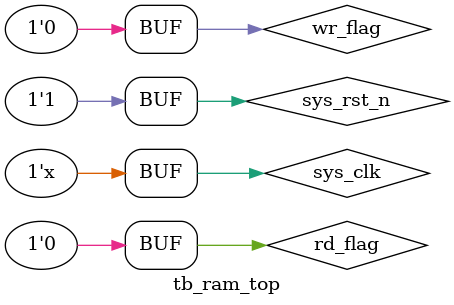
<source format=v>
`timescale 1ns/1ns
module tb_ram_top();

reg sys_clk		;
reg sys_rst_n	;
reg wr_flag		;
reg rd_flag		;

initial 
	begin 
	sys_clk		<=1'b1;
	sys_rst_n	<=1'b0;
	wr_flag		<=1'b0;
    rd_flag		<=1'b0;
	#20 
	sys_rst_n	<=1'b1;
	#1000
//read	
	rd_flag		<=1'b1;
	#20
	rd_flag		<=1'b0;
	#60_000
//write
	wr_flag		<=1'b1;
	#20
	wr_flag		<=1'b0;
	#6000
//read	
	rd_flag		<=1'b1;
	#20
	rd_flag		<=1'b0;
	#60_000	
//read	
	rd_flag		<=1'b1;
	#20
	rd_flag		<=1'b0;
	
    end
always #10 sys_clk=~sys_clk;	

wire [3:0]led_bit   ;
wire [7:0]led_out   ;

ram_top ram_top_inst
(
.sys_clk	(sys_clk	),
.sys_rst_n	(sys_rst_n	),
.wr_flag	(wr_flag	),
.rd_flag	(rd_flag	),

.led_bit 	(led_bit 	),
.led_out	(led_out	)
);

endmodule 

</source>
